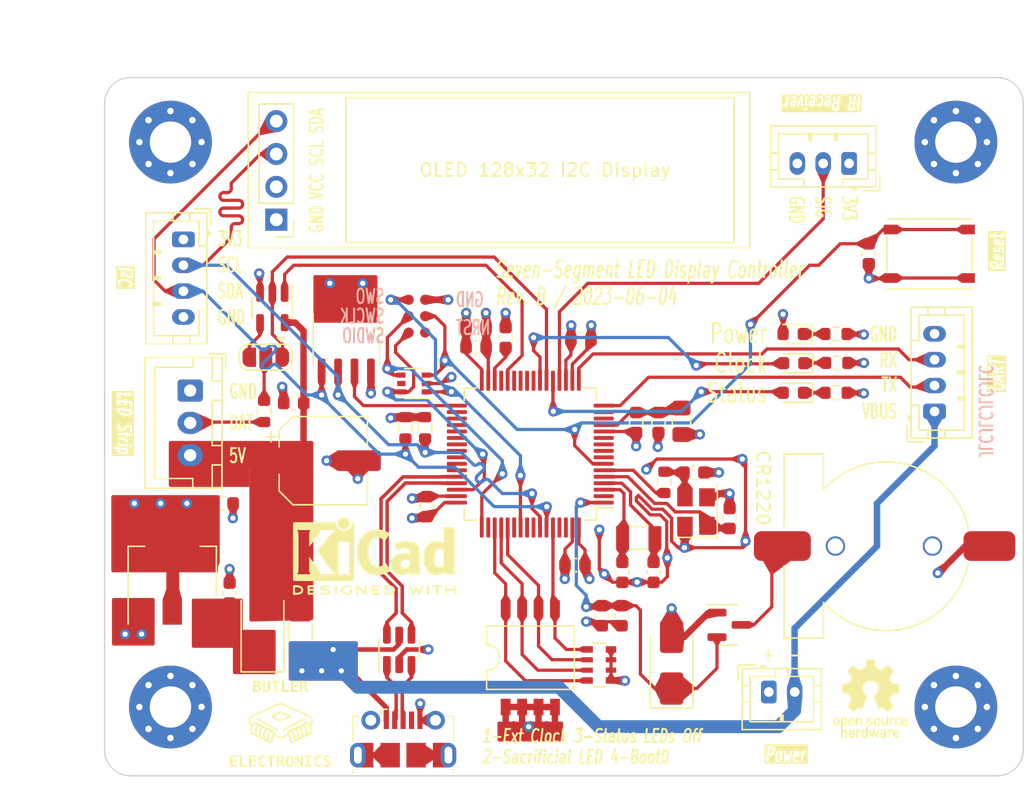
<source format=kicad_pcb>
(kicad_pcb (version 20221018) (generator pcbnew)
  (title_block (title "Seven-Segment LED Display Controller") (date "2023-06-04") (rev "B") (company "Butler's Lab") (comment 1 "Joshua Butler, MD, MHI") (comment 2 "Add 64Kbit EEPROM, Switched to STM32F401RCT6") (comment 3 "Fixed external High speed clock, Add ext. 32.768KHz clock"))
  (layers (0 "F.Cu" signal) (1 "In1.Cu" power) (2 "In2.Cu" power) (31 "B.Cu" signal) (34 "B.Paste" user) (35 "F.Paste" user) (36 "B.SilkS" user "B.Silkscreen") (37 "F.SilkS" user "F.Silkscreen") (38 "B.Mask" user) (39 "F.Mask" user) (44 "Edge.Cuts" user))
  (net 0 "")
  (net 1 "/BAT+")
  (net 2 "GND")
  (net 3 "+3V3")
  (net 4 "+3.3VA")
  (net 5 "/HSE_IN")
  (net 6 "Net-(C109-Pad1)")
  (net 7 "/NRST")
  (net 8 "+5V")
  (net 9 "Net-(D101-K)")
  (net 10 "/LED_HB")
  (net 11 "Net-(D102-K)")
  (net 12 "/SWO")
  (net 13 "/SWCLK")
  (net 14 "/SWDIO")
  (net 16 "VBUS")
  (net 17 "/D_P")
  (net 18 "/D_N")
  (net 20 "/UART_TX")
  (net 21 "/UART_RX")
  (net 22 "Net-(J104-Pin_2)")
  (net 23 "/HSE_OUT")
  (net 24 "/RGB_LED")
  (net 25 "/DIP3")
  (net 26 "/DIP2")
  (net 27 "/DIP1")
  (net 28 "/BOOT0")
  (net 30 "/LSE_IN")
  (net 31 "/~{EEPROM}")
  (net 40 "/LDO_3V3/5V")
  (net 41 "/VBAT")
  (net 42 "Net-(D107-K)")
  (net 43 "/LED_UI")
  (net 44 "/USB_D_N")
  (net 45 "/USB_D_P")
  (net 46 "/~{OE}")
  (net 47 "/SCL")
  (net 48 "/SDA")
  (net 49 "Net-(SW107-B)")
  (net 50 "Net-(SW107-C)")
  (net 51 "/IR_RECV")
  (net 55 "/LSE_OUT")
  (net 72 "Net-(U101-VCAP1)")
  (footprint "Package_TO_SOT_SMD:SOT-23" (layer "F.Cu") (at 120.396 77.216)
    (fp_text reference "Q101" hide)
    (fp_text value "AO3501A")
  )
  (footprint "Resistor_SMD:R_0603_1608Metric" (layer "F.Cu") (at 96.901 61.976 90)
    (fp_text reference "R110" hide)
    (fp_text value "1K5")
  )
  (footprint "Resistor_SMD:R_0603_1608Metric" (layer "F.Cu") (at 128.6532 54.7188)
    (fp_text reference "R102" hide)
    (fp_text value "1K5")
  )
  (footprint "User_Footprint:OLED_128x32_I2C_4pins" (layer "F.Cu") (at 102.997 42.037)
    (fp_text reference "OLED101" hide)
    (fp_text value "OLED_I2C")
  )
  (footprint "Capacitor_SMD:C_0603_1608Metric" (layer "F.Cu") (at 114.935 61.5696 -90)
    (fp_text reference "C107" hide)
    (fp_text value "1uF")
  )
  (footprint "Package_TO_SOT_SMD:SOT-223-3_TabPin2" (layer "F.Cu") (at 77.3547 73.0504 90)
    (fp_text reference "U201" hide)
    (fp_text value "AMS1117-3.3")
  )
  (footprint "Resistor_SMD:R_0603_1608Metric" (layer "F.Cu") (at 128.714 56.954)
    (fp_text reference "R101" hide)
    (fp_text value "2K2")
  )
  (footprint "Crystal:Crystal_SMD_3215-2Pin_3.2x1.5mm" (layer "F.Cu") (at 113.411 70.485)
    (fp_text reference "Y103" hide)
    (fp_text value "32.768kHz")
  )
  (footprint "LED_SMD:LED_0603_1608Metric" (layer "F.Cu") (at 125.3866 56.9794 180)
    (fp_text reference "D101" hide)
    (fp_text value "GREEN")
  )
  (footprint "Capacitor_SMD:C_0603_1608Metric" (layer "F.Cu") (at 117.6782 65.4304)
    (fp_text reference "C109" hide)
    (fp_text value "10pF")
  )
  (footprint "MountingHole:MountingHole_3.2mm_M3_Pad_Via" (layer "F.Cu") (at 77.216 83.566)
    (fp_text reference "H104" hide)
    (fp_text value "MountingHole")
  )
  (footprint "User_Footprint:butler-electronics-10" (layer "F.Cu") (at 85.725 84.836)
    (fp_text reference "G***" hide)
    (fp_text value "LOGO" hide)
  )
  (footprint "Capacitor_SMD:C_0603_1608Metric" (layer "F.Cu") (at 110.5662 76.5048 -90)
    (fp_text reference "C116" hide)
    (fp_text value "100nF")
  )
  (footprint "Connector_USB:USB_Micro-B_Molex-105017-0001" (layer "F.Cu") (at 95.1992 86.0552)
    (fp_text reference "J102" hide)
    (fp_text value "USB_B_Micro")
  )
  (footprint "Connector_JST:JST_PH_B3B-PH-K_1x03_P2.00mm_Vertical" (layer "F.Cu") (at 129.667 41.529 180)
    (fp_text reference "J106" hide)
    (fp_text value "JST 2.54 Header")
  )
  (footprint "Capacitor_SMD:C_0603_1608Metric" (layer "F.Cu") (at 81.788 74.7522 -90)
    (fp_text reference "C201" hide)
    (fp_text value "22uF")
  )
  (footprint "Capacitor_SMD:C_0603_1608Metric" (layer "F.Cu") (at 97.028 68.072 90)
    (fp_text reference "C104" hide)
    (fp_text value "100nF")
  )
  (footprint "Jumper:SolderJumper-3_P1.3mm_Open_RoundedPad1.0x1.5mm" (layer "F.Cu") (at 84.582 56.515 180)
    (fp_text reference "SW107" hide)
    (fp_text value "SW_SPDT")
  )
  (footprint "Capacitor_SMD:C_0603_1608Metric" (layer "F.Cu") (at 112.141 73.152 90)
    (fp_text reference "C112" hide)
    (fp_text value "15pF")
  )
  (footprint "Capacitor_SMD:C_0603_1608Metric" (layer "F.Cu") (at 113.2078 61.5696 -90)
    (fp_text reference "C106" hide)
    (fp_text value "100nF")
  )
  (footprint "Capacitor_SMD:C_0603_1608Metric" (layer "F.Cu") (at 108.9406 55.1688)
    (fp_text reference "C111" hide)
    (fp_text value "100nF")
  )
  (footprint "Package_TO_SOT_SMD:SOT-23-6" (layer "F.Cu") (at 94.8944 79.1464 90)
    (fp_text reference "U102" hide)
    (fp_text value "USBLC6-2SC6")
  )
  (footprint "Package_TO_SOT_SMD:SOT-23-5" (layer "F.Cu") (at 85.09 52.705 -90)
    (fp_text reference "U103" hide)
    (fp_text value "74AHCT1G125")
  )
  (footprint "Connector_Tag:TC2030-IDC-NL" (layer "F.Cu") (at 96.266 53.34 90)
    (fp_text reference "J101" hide)
    (fp_text value "Tag Connector")
  )
  (footprint "Diode_SMD:D_SMA" (layer "F.Cu") (at 115.951 80.137 90)
    (fp_text reference "D106" hide)
    (fp_text value "SS34")
  )
  (footprint "Package_QFP:LQFP-64_10x10mm_P0.5mm" (layer "F.Cu") (at 105.029 64.008 180)
    (fp_text reference "U101" hide)
    (fp_text value "STM32F401RCTx")
  )
  (footprint "Resistor_SMD:R_0603_1608Metric" (layer "F.Cu") (at 115.3922 66.1924 90)
    (fp_text reference "R103" hide)
    (fp_text value "0")
  )
  (footprint "Connector_JST:JST_XH_B3B-XH-A_1x03_P2.50mm_Vertical" (layer "F.Cu") (at 78.74 59.095 -90)
    (fp_text reference "J104" hide)
    (fp_text value "JST 2.54 Header")
  )
  (footprint "LED_SMD:LED_0603_1608Metric" (layer "F.Cu") (at 125.3512 54.7188 180)
    (fp_text reference "D102" hide)
    (fp_text value "RED")
  )
  (footprint "User_Footprint:XKB-Connectivity-TS-1187A-B-A-B" (layer "F.Cu") (at 135.89 48.514)
    (fp_text reference "SW106" hide)
    (fp_text value "SW_Push")
  )
  (footprint "User_Footprint:BatteryHolder_CR1220" (layer "F.Cu") (at 132.5118 71.12)
    (fp_text reference "BT101" hide)
    (fp_text value "Battery_Cell")
  )
  (footprint "Capacitor_SMD:CP_Elec_6.3x7.7" (layer "F.Cu") (at 89.027 64.516)
    (fp_text reference "C115" hide)
    (fp_text value "470uF")
  )
  (footprint "Resistor_SMD:R_0603_1608Metric" (layer "F.Cu") (at 84.455 60.706 90)
    (fp_text reference "R104" hide)
    (fp_text value "330")
  )
  (footprint "MountingHole:MountingHole_3.2mm_M3_Pad_Via" (layer "F.Cu") (at 77.216 39.878)
    (fp_text reference "H103" hide)
    (fp_text value "MountingHole")
  )
  (footprint "Crystal:Crystal_SMD_3225-4Pin_3.2x2.5mm" (layer "F.Cu") (at 117.8306 68.453 90)
    (fp_text reference "Y101" hide)
    (fp_text value "16MHz")
  )
  (footprint "Capacitor_SMD:C_0603_1608Metric" (layer "F.Cu") (at 103.124 54.991 90)
    (fp_text reference "C117" hide)
    (fp_text value "4.7uF")
  )
  (footprint "Package_SO:SOIC-8_3.9x4.9mm_P1.27mm" (layer "F.Cu") (at 90.805 55.118 -90)
    (fp_text reference "U104" hide)
    (fp_text value "M24C64-RMN")
  )
  (footprint "Resistor_SMD:R_0603_1608Metric" (layer "F.Cu") (at 95.377 61.976 90)
    (fp_text reference "R109" hide)
    (fp_text value "1K5")
  )
  (footprint "Connector_JST:JST_PH_B4B-PH-K_1x04_P2.00mm_Vertical" (layer "F.Cu") (at 136.271 60.706 90)
    (fp_text reference "J103" hide)
    (fp_text value "JST 2.54 Header")
  )
  (footprint "Capacitor_SMD:C_0603_1608Metric" (layer "F.Cu") (at 100.838 55.753)
    (fp_text reference "C103" hide)
    (fp_text value "100nF")
  )
  (footprint "Resistor_SMD:R_0603_1608Metric" (layer "F.Cu") (at 128.6636 59.2654)
    (fp_text reference "R105" hide)
    (fp_text value "2K2")
  )
  (footprint "MountingHole:MountingHole_3.2mm_M3_Pad_Via" (layer "F.Cu") (at 137.922 39.878)
    (fp_text reference "H101" hide)
    (fp_text value "MountingHole")
  )
  (footprint "MountingHole:MountingHole_3.2mm_M3_Pad_Via" (layer "F.Cu") (at 137.922 83.566)
    (fp_text reference "H102" hide)
    (fp_text value "MountingHole")
  )
  (footprint "Resistor_SMD:R_Array_Convex_4x0603" (layer "F.Cu") (at 110.363 80.3148 180)
    (fp_text reference "RN101" hide)
    (fp_text value "10K")
  )
  (footprint "Diode_SMD:D_SMA" (layer "F.Cu") (at 84.328 77.343 90)
    (fp_text reference "D103" hide)
    (fp_text value "SS34")
  )
  (footprint "Symbol:KiCad-Logo2_5mm_SilkScreen" (layer "F.Cu") (at 92.964 71.882)
    (fp_text reference "REF**" hide)
    (fp_text value "KiCad-Logo2_5mm_SilkScreen" hide)
  )
  (footprint "Inductor_SMD:L_0805_2012Metric_Pad1.15x1.40mm_HandSolder" (layer "F.Cu") (at 116.713 61.468 -90)
    (fp_text reference "FB101" hide)
    (fp_text value "600@100MHz")
  )
  (footprint "Connector_JST:JST_PH_B2B-PH-K_1x02_P2.00mm_Vertical" (layer "F.Cu") (at 123.464 82.406)
    (fp_text reference "J107" hide)
    (fp_text value "Conn_01x02")
  )
  (footprint "Capacitor_SMD:C_0603_1608Metric" (layer "F.Cu") (at 86.741 60.071 180)
    (fp_text reference "C118" hide)
    (fp_text value "100nF")
  )
  (footprint "Package_TO_SOT_SMD:SOT-363_SC-70-6" (layer "F.Cu") (at 96.012 58.547 180)
    (fp_text reference "D104" hide)
    (fp_text value "SP0505BAJT")
  )
  (footprint "LED_SMD:LED_0603_1608Metric" (layer "F.Cu") (at 125.3616 59.2654 180)
    (fp_text reference "D107" hide)
    (fp_text value "BLUE")
  )
  (footprint "Capacitor_SMD:C_0603_1608Metric" (layer "F.Cu") (at 108.4834 72.5932 180)
    (fp_text reference "C105" hide)
    (fp_text value "100nF")
  )
  (footprint "Capacitor_SMD:C_0603_1608Metric" (layer "F.Cu") (at 131.191 48.514 -90)
    (fp_text reference "C114" hide)
    (fp_text value "100nF")
  )
  (footprint "User_Footprint:SMDIP-8_W6.6mm" (layer "F.Cu") (at 105.029 79.756 90)
    (fp_text reference "SW101" hide)
    (fp_text value "SW_DIP_x04")
  )
  (footprint "Capacitor_SMD:C_0603_1608Metric" (layer "F.Cu") (at 81.28 67.818 180)
    (fp_text reference "C202" hide)
    (fp_text value "22uF")
  )
  (footprint "Capacitor_SMD:C_0603_1608Metric" (layer "F.Cu") (at 114.554 73.152 90)
    (fp_text reference "C113" hide)
    (fp_text value "15pF")
  )
  (footprint "Capacitor_SMD:C_0603_1608Metric" (layer "F.Cu") (at 112.0902 76.5048 -90)
    (fp_text reference "C101" hide)
    (fp_text value "1uF")
  )
  (footprint "Fuse:Fuse_1206_3216Metric" (layer "F.Cu") (at 87.249 77.724 90)
    (fp_text reference "F101" hide)
    (fp_text value "Polyfuse_Small")
  )
  (footprint "Connector_JST:JST_PH_B4B-PH-K_1x04_P2.00mm_Vertical" (layer "F.Cu") (at 78.216 47.403 -90)
    (fp_text reference "J105" hide)
    (fp_text value "JST 2.54 Header")
  )
  (footprint "Capacitor_SMD:C_0603_1608Metric" (layer "F.Cu") (at 100.838 54.229)
    (fp_text reference "C102" hide)
    (fp_text value "4.7uF")
  )
  (footprint "Symbol:OSHW-Logo_5.7x6mm_SilkScreen" (layer "F.Cu") (at 131.318 82.931)
    (fp_text reference "REF**" hide)
    (fp_text value "OSHW-Logo_5.7x6mm_SilkScreen" hide)
  )
  (footprint "Capacitor_SMD:C_0603_1608Metric" (layer "F.Cu") (at 120.4346 68.9864 90)
    (fp_text reference "C108" hide)
    (fp_text value "10pF")
  )
  (gr_line (start 143.125 36.886) (end 143.125 86.886) (stroke (width 0.1)) (layer "Edge.Cuts"))
  (gr_line (start 72.125 86.886) (end 72.125 36.886) (stroke (width 0.1)) (layer "Edge.Cuts"))
  (gr_arc (start 141.125 34.886) (mid 142.539214 35.471786) (end 143.125 36.886) (stroke (width 0.1)) (layer "Edge.Cuts"))
  (gr_arc (start 72.125 36.886) (mid 72.710786 35.471786) (end 74.125 34.886) (stroke (width 0.1)) (layer "Edge.Cuts"))
  (gr_line (start 74.125 34.886) (end 141.125 34.886) (stroke (width 0.1)) (layer "Edge.Cuts"))
  (gr_arc (start 74.125 88.886) (mid 72.710786 88.300214) (end 72.125 86.886) (stroke (width 0.1)) (layer "Edge.Cuts"))
  (gr_line (start 141.125 88.886) (end 74.125 88.886) (stroke (width 0.1)) (layer "Edge.Cuts"))
  (gr_arc (start 143.125 86.886) (mid 142.539214 88.300214) (end 141.125 88.886) (stroke (width 0.1)) (layer "Edge.Cuts"))
  (gr_text "NRST" (at 99.187 54.229) (layer "B.SilkS") (effects (font (size 1.1 0.7) (thickness 0.153) bold) (justify right mirror)))
  (gr_text "SWO" (at 91.44 51.816) (layer "B.SilkS") (effects (font (size 1.1 0.7) (thickness 0.153) bold) (justify right mirror)))
  (gr_text "SWDIO" (at 90.406667 54.864) (layer "B.SilkS") (effects (font (size 1.1 0.7) (thickness 0.153) bold) (justify right mirror)))
  (gr_text "GND" (at 99.187 52.07) (layer "B.SilkS") (effects (font (size 1.1 0.7) (thickness 0.153) bold) (justify right mirror)))
  (gr_text "SWCLK" (at 90.206666 53.34) (layer "B.SilkS") (effects (font (size 1.1 0.7) (thickness 0.153) bold) (justify right mirror)))
  (gr_text "JLCJLCJLCJLC" (at 140.208 60.706 -90) (layer "B.SilkS") (effects (font (size 1 0.7) (thickness 0.153) bold) (justify mirror)))
  (gr_text "SDA" (at 80.756 51.419) (layer "F.SilkS") (effects (font (size 1.1 0.7) (thickness 0.153) bold) (justify left)))
  (gr_text "Status" (at 123.444 59.2654) (layer "F.SilkS") (effects (font (size 1.5 1) (thickness 0.153)) (justify right)))
  (gr_text " IR Receiver " (at 127.635 36.83 180) (layer "F.SilkS" knockout) (effects (font (size 1 0.7) (thickness 0.153) bold italic)))
  (gr_text "+" (at 123.444 79.502) (layer "F.SilkS") (effects (font (size 1.1 0.7) (thickness 0.153) bold)))
  (gr_text "RX" (at 133.477 56.769) (layer "F.SilkS") (effects (font (size 1.1 0.7) (thickness 0.153) bold) (justify right)))
  (gr_text "5V" (at 81.661 64.135) (layer "F.SilkS") (effects (font (size 1.1 0.7) (thickness 0.153) bold) (justify left)))
  (gr_text locked "${TITLE}\nRev. ${REVISION} / ${ISSUE_DATE}" (at 102.235 52.578) (layer "F.SilkS") (effects (font (size 1.3 0.8) (thickness 0.153) bold italic) (justify left bottom)))
  (gr_text " Reset " (at 141.138964 48.387 90) (layer "F.SilkS" knockout) (effects (font (size 1 0.7) (thickness 0.153) bold italic)))
  (gr_text "3V3" (at 129.667 43.942 -90) (layer "F.SilkS") (effects (font (size 1.1 0.7) (thickness 0.153) bold) (justify left)))
  (gr_text "SIG" (at 127.635 43.942 270) (layer "F.SilkS") (effects (font (size 1.1 0.7) (thickness 0.153) bold) (justify left)))
  (gr_text "3V3" (at 80.756 47.355) (layer "F.SilkS") (effects (font (size 1.1 0.7) (thickness 0.153) bold) (justify left)))
  (gr_text "GND" (at 125.603 43.942 -90) (layer "F.SilkS") (effects (font (size 1.1 0.7) (thickness 0.153) bold) (justify left)))
  (gr_text "GND" (at 133.477 54.737) (layer "F.SilkS") (effects (font (size 1.1 0.7) (thickness 0.153) bold) (justify right)))
  (gr_text "CR1220" (at 122.428 63.627 -90) (layer "F.SilkS") (effects (font (size 1 1)) (justify left bottom)))
  (gr_text " LED Strip " (at 73.66 61.595 270) (layer "F.SilkS" knockout) (effects (font (size 1 0.7) (thickness 0.153) bold italic)))
  (gr_text "TX" (at 133.477 58.674) (layer "F.SilkS") (effects (font (size 1.1 0.7) (thickness 0.153) bold) (justify right)))
  (gr_text "DAT" (at 81.661 61.595) (layer "F.SilkS") (effects (font (size 1.1 0.7) (thickness 0.153) bold) (justify left)))
  (gr_text "GND" (at 81.661 59.182) (layer "F.SilkS") (effects (font (size 1.1 0.7) (thickness 0.153) bold) (justify left)))
  (gr_text " UART " (at 140.462 57.912 90) (layer "F.SilkS" knockout) (effects (font (size 1.1 0.7) (thickness 0.153) bold italic) (justify top)))
  (gr_text "VBUS" (at 133.477 60.706) (layer "F.SilkS") (effects (font (size 1.1 0.7) (thickness 0.153) bold) (justify right)))
  (gr_text " Power " (at 124.714 86.614) (layer "F.SilkS" knockout) (effects (font (size 1.1 0.7) (thickness 0.153) bold italic) (justify top)))
  (gr_text "Power" (at 123.444 54.6934) (layer "F.SilkS") (effects (font (size 1.5 1) (thickness 0.153)) (justify right)))
  (gr_text "GND" (at 80.756 53.451) (layer "F.SilkS") (effects (font (size 1.1 0.7) (thickness 0.153) bold) (justify left)))
  (gr_text "  I^{2}C  " (at 73.66 50.276 -90) (layer "F.SilkS" knockout) (effects (font (size 1 0.7) (thickness 0.153) bold italic)))
  (gr_text "-" (at 125.476 79.502) (layer "F.SilkS") (effects (font (size 1.1 0.7) (thickness 0.153) bold)))
  (gr_text locked "1-Ext Clock 3-Status LEDs Off\n2-Sacrificial LED 4-Boot0\n" (at 101.219 86.614) (layer "F.SilkS") (effects (font (size 1 0.7) (thickness 0.153) bold italic) (justify left)))
  (gr_text "SCL" (at 80.756 49.387) (layer "F.SilkS") (effects (font (size 1.1 0.7) (thickness 0.153) bold) (justify left)))
  (gr_text "Clock" (at 123.444 56.9794) (layer "F.SilkS") (effects (font (size 1.5 1) (thickness 0.153)) (justify right)))
  (segment (start 123.699 75.818) (end 122.301 77.216) (width 0.25) (layer "F.Cu") (net 1))
  (segment (start 122.301 77.216) (end 121.3335 77.216) (width 0.25) (layer "F.Cu") (net 1))
  (segment (start 124.5118 71.12) (end 123.699 71.9328) (width 0.25) (layer "F.Cu") (net 1))
  (segment (start 123.699 71.9328) (end 123.699 75.818) (width 0.25) (layer "F.Cu") (net 1))
  (segment (start 82.055 67.818) (end 82.055 68.948) (width 0.25) (layer "F.Cu") (net 2))
  (segment (start 109.741 54.0512) (end 109.741 55.1434) (width 0.5) (layer "F.Cu") (net 2))
  (segment locked (start 115.6208 73.4822) (end 115.6208 72.0344) (width 0.25) (layer "F.Cu") (net 2))
  (segment locked (start 115.258 68.268) (end 114.443804 68.268) (width 0.25) (layer "F.Cu") (net 2))
  (segment (start 84.14 50.104) (end 84.074 50.038) (width 0.25) (layer "F.Cu") (net 2))
  (segment locked (start 116.9806 71.208) (end 116.9806 69.553) (width 0.5) (layer "F.Cu") (net 2))
  (segment (start 131.191 50.419) (end 132.86 50.419) (width 0.25) (layer "F.Cu") (net 2))
  (segment (start 130.7664 59.2654) (end 130.81 59.309) (width 0.25) (layer "F.Cu") (net 2))
  (segment locked (start 115.189 73.914) (end 115.6208 73.4822) (width 0.25) (layer "F.Cu") (net 2))
  (segment (start 101.6 53.086) (end 101.613 53.099) (width 0.5) (layer "F.Cu") (net 2))
  (segment (start 96.901 52.07) (end 98.679 52.07) (width 0.5) (layer "F.Cu") (net 2))
  (segment (start 91.694 64.549) (end 91.727 64.516) (width 0.5) (layer "F.Cu") (net 2))
  (segment (start 84.14 51.5675) (end 84.14 50.104) (width 0.25) (layer "F.Cu") (net 2))
  (segment locked (start 121.666 64.643) (end 121.666 70.739) (width 0.25) (layer "F.Cu") (net 2))
  (segment (start 111.7854 76.975) (end 112.0902 77.2798) (width 0.25) (layer "F.Cu") (net 2))
  (segment locked (start 116.9416 71.247) (end 116.459 71.247) (width 0.25) (layer "F.Cu") (net 2))
  (segment locked (start 121.666 70.993) (end 121.412 71.247) (width 0.25) (layer "F.Cu") (net 2))
  (segment (start 110.5662 77.2798) (end 110.2614 76.975) (width 0.25) (layer "F.Cu") (net 2))
  (segment locked (start 114.808 64.389) (end 113.9952 65.2018) (width 0.25) (layer "F.Cu") (net 2))
  (segment (start 85.852 58.801) (end 85.966 58.915) (width 0.5) (layer "F.Cu") (net 2))
  (segment (start 85.966 58.915) (end 85.966 60.071) (width 0.5) (layer "F.Cu") (net 2))
  (segment (start 109.347 76.962) (end 109.448 76.962) (width 0.25) (layer "F.Cu") (net 2))
  (segment (start 109.461 76.975) (end 111.7854 76.975) (width 0.25) (layer "F.Cu") (net 2))
  (segment (start 96.4992 84.5927) (end 96.4992 83.3187) (width 0.25) (layer "F.Cu") (net 2))
  (segment (start 95.4786 79.121) (end 94.8944 79.7052) (width 0.35) (layer "F.Cu") (net 2))
  (segment (start 107.7084 71.3616) (end 108.279 70.791) (width 0.25) (layer "F.Cu") (net 2))
  (segment (start 109.448 76.962) (end 109.461 76.975) (width 0.25) (layer "F.Cu") (net 2))
  (segment (start 114.8842 63.4492) (end 114.8842 62.3954) (width 0.25) (layer "F.Cu") (net 2))
  (segment locked (start 115.062 68.707) (end 114.3 68.707) (width 0.25) (layer "F.Cu") (net 2))
  (segment (start 138.6586 71.12) (end 140.5118 71.12) (width 0.5) (layer "F.Cu") (net 2))
  (segment (start 109.741 55.1434) (end 109.7156 55.1688) (width 0.5) (layer "F.Cu") (net 2))
  (segment (start 110.2614 76.975) (end 109.461 76.975) (width 0.25) (layer "F.Cu") (net 2))
  (segment locked (start 115.57 69.215) (end 115.062 68.707) (width 0.25) (layer "F.Cu") (net 2))
  (segment (start 82.055 68.948) (end 82.042 68.961) (width 0.25) (layer "F.Cu") (net 2))
  (segment (start 101.613 55.753) (end 101.613 54.229) (width 0.5) (layer "F.Cu") (net 2))
  (segment (start 98.161695 58.547) (end 96.962 58.547) (width 0.25) (layer "F.Cu") (net 2))
  (segment (start 101.779 58.333) (end 101.779 55.919) (width 0.25) (layer "F.Cu") (net 2))
  (segment locked (start 115.57 71.9836) (end 115.57 69.215) (width 0.25) (layer "F.Cu") (net 2))
  (segment (start 120.4346 67.056) (end 119.6086 67.056) (width 0.5) (layer "F.Cu") (net 2))
  (segment (start 112.3442 81.534) (end 112.325 81.5148) (width 0.5) (layer "F.Cu") (net 2))
  (segment (start 119.6086 65.4304) (end 118.4532 65.4304) (width 0.5) (layer "F.Cu") (net 2))
  (segment locked (start 116.9416 71.247) (end 116.9806 71.208) (width 0.5) (layer "F.Cu") (net 2))
  (segment locked (start 121.666 70.739) (end 121.666 70.993) (width 0.25) (layer "F.Cu") (net 2))
  (segment (start 129.4886 59.2654) (end 130.7664 59.2654) (width 0.25) (layer "F.Cu") (net 2))
  (segment (start 114.8842 62.3954) (end 114.935 62.3446) (width 0.25) (layer "F.Cu") (net 2))
  (segment locked (start 111.379 73.914) (end 113.284 73.914) (width 0.25) (layer "F.Cu") (net 2))
  (segment (start 98.665396 58.043299) (end 98.161695 58.547) (width 0.25) (layer "F.Cu") (net 2))
  (segment (start 131.191 49.289) (end 131.191 50.419) (width 0.25) (layer "F.Cu") (net 2))
  (segment (start 108.279 70.791) (end 108.279 69.683) (width 0.25) (layer "F.Cu") (net 2))
  (segment locked (start 121.412 64.389) (end 121.666 64.643) (width 0.25) (layer "F.Cu") (net 2))
  (segment (start 101.613 53.099) (end 101.613 54.229) (width 0.5) (layer "F.Cu") (net 2))
  (segment (start 95.885 67.437) (end 96.888 67.437) (width 0.5) (layer "F.Cu") (net 2))
  (segment (start 136.525 73.2028) (end 136.5758 73.2028) (width 0.5) (layer "F.Cu") (net 2))
  (segment locked (start 115.951 70.739) (end 115.951 68.961) (width 0.25) (layer "F.Cu") (net 2))
  (segment locked (start 116.459 71.247) (end 115.951 70.739) (width 0.25) (layer "F.Cu") (net 2))
  (segment (start 132.86 50.419) (end 132.89 50.389) (width 0.25) (layer "F.Cu") (net 2))
  (segment (start 130.7664 54.7188) (end 129.4782 54.7188) (width 0.25) (layer "F.Cu") (net 2))
  (segment (start 108.279 58.333) (end 108.279 57.0496) (width 0.25) (layer "F.Cu") (net 2))
  (segment (start 109.7156 55.613) (end 109.7156 55.1688) (width 0.25) (layer "F.Cu") (net 2))
  (segment (start 97.155 79.121) (end 95.4786 79.121) (width 0.35) (layer "F.Cu") (net 2))
  (segment (start 112.325 81.5148) (end 111.263 81.5148) (width 0.5) (layer "F.Cu") (net 2))
  (segment locked (start 114.3 68.707) (end 113.284 67.691) (width 0.25) (layer "F.Cu") (net 2))
  (segment (start 96.1992 87.2927) (end 98.7596 87.2927) (width 0.5) (layer "F.Cu") (net 2))
  (segment (start 119.6086 67.056) (end 119.3116 67.353) (width 0.5) (layer "F.Cu") (net 2))
  (segment (start 136.5758 73.2028) (end 138.6586 71.12) (width 0.5) (layer "F.Cu") (net 2))
  (segment (start 91.694 65.913) (end 91.694 64.549) (width 0.5) (layer "F.Cu") (net 2))
  (segment (start 96.4992 83.3187) (end 96.52 83.2979) (width 0.25) (layer "F.Cu") (net 2))
  (segment (start 130.81 54.7624) (end 130.7664 54.7188) (width 0.25) (layer "F.Cu") (net 2))
  (segment (start 113.1212 62.258) (end 113.2078 62.3446) (width 0.25) (layer "F.Cu") (net 2))
  (segment (start 101.779 55.919) (end 101.613 55.753) (width 0.25) (layer "F.Cu") (net 2))
  (segment (start 97.067 67.258) (end 97.028 67.297) (width 0.25) (layer "F.Cu") (net 2))
  (segment (start 103.124 54.216) (end 103.124 53.086) (width 0.5) (layer "F.Cu") (net 2))
  (segment (start 130.8172 56.954) (end 129.539 56.954) (width 0.25) (layer "F.Cu") (net 2))
  (segment (start 108.279 57.0496) (end 109.7156 55.613) (width 0.25) (layer "F.Cu") (net 2))
  (segment (start 98.928701 58.043299) (end 98.665396 58.043299) (width 0.25) (layer "F.Cu") (net 2))
  (segment (start 110.704 62.258) (end 113.1212 62.258) (width 0.25) (layer "F.Cu") (net 2))
  (segment (start 107.7084 73.6476) (end 107.696 73.66) (width 0.25) (layer "F.Cu") (net 2))
  (segment locked (start 110.744 73.279) (end 110.363 72.898) (width 0.25) (layer "F.Cu") (net 2))
  (segment (start 94.8944 79.7052) (end 94.8944 80.2839) (width 0.35) (layer "F.Cu") (net 2))
  (segment locked (start 110.363 72.898) (end 110.363 69.85) (width 0.25) (layer "F.Cu") (net 2))
  (segment locked (start 113.226 67.633) (end 113.284 67.691) (width 0.25) (layer "F.Cu") (net 2))
  (segment (start 120.4346 67.056) (end 120.4346 68.2114) (width 0.5) (layer "F.Cu") (net 2))
  (segment locked (start 115.951 68.961) (end 115.258 68.268) (width 0.25) (layer "F.Cu") (net 2))
  (segment (start 91.727 64.516) (end 89.281 64.516) (width 0.5) (layer "F.Cu") (net 2))
  (segment (start 96.888 67.437) (end 97.028 67.297) (width 0.5) (layer "F.Cu") (net 2))
  (segment (start 132.89 50.389) (end 138.89 50.389) (width 0.25) (layer "F.Cu") (net 2))
  (segment locked (start 121.412 71.247) (end 116.9416 71.247) (width 0.25) (layer "F.Cu") (net 2))
  (segment locked (start 113.384902 67.209098) (end 113.226 67.368) (width 0.25) (layer "F.Cu") (net 2))
  (segment (start 107.7084 72.5932) (end 107.7084 73.6476) (width 0.5) (layer "F.Cu") (net 2))
  (segment (start 119.3116 67.353) (end 118.6806 67.353) (width 0.5) (layer "F.Cu") (net 2))
  (segment (start 107.7084 72.5932) (end 107.7084 71.3616) (width 0.25) (layer "F.Cu") (net 2))
  (segment locked (start 113.284 73.914) (end 115.189 73.914) (width 0.25) (layer "F.Cu") (net 2))
  (segment locked (start 113.226 67.368) (end 113.226 67.633) (width 0.25) (layer "F.Cu") (net 2))
  (segment (start 81.788 73.9772) (end 81.788 72.898) (width 0.25) (layer "F.Cu") (net 2))
  (segment (start 92.9596 87.2927) (end 94.1992 87.2927) (width 0.5) (layer "F.Cu") (net 2))
  (segment (start 99.354 67.258) (end 97.067 67.258) (width 0.25) (layer "F.Cu") (net 2))
  (segment (start 111.263 79.1148) (end 111.263 81.5148) (width 0.25) (layer "F.Cu") (net 2))
  (segment locked (start 110.744 73.279) (end 111.379 73.914) (width 0.25) (layer "F.Cu") (net 2))
  (segment locked (start 114.443804 68.268) (end 113.384902 67.209098) (width 0.25) (layer "F.Cu") (net 2))
  (segment (start 96.4992 84.5927) (end 97.6992 84.5927) (width 0.25) (layer "F.Cu") (net 2))
  (segment (start 113.2078 62.3446) (end 113.2078 63.3984) (width 0.25) (layer "F.Cu") (net 2))
  (segment locked (start 121.412 64.389) (end 114.808 64.389) (width 0.25) (layer "F.Cu") (net 2))
  (segment locked (start 115.6208 72.0344) (end 115.57 71.9836) (width 0.25) (layer "F.Cu") (net 2))
  (via locked (at 121.666 70.739) (size 0.8) (drill 0.4) (layers "F.Cu" "B.Cu") (net 2))
  (via (at 91.694 65.913) (size 0.8) (drill 0.4) (layers "F.Cu" "B.Cu") (net 2))
  (via (at 85.852 58.801) (size 0.8) (drill 0.4) (layers "F.Cu" "B.Cu") (net 2))
  (via (at 130.81 59.309) (size 0.8) (drill 0.4) (layers "F.Cu" "B.Cu") (net 2))
  (via locked (at 113.284 73.914) (size 0.8) (drill 0.4) (layers "F.Cu" "B.Cu") (net 2))
  (via (at 96.52 83.2979) (size 0.8) (drill 0.4) (layers "F.Cu" "B.Cu") (net 2))
  (via locked (at 110.744 73.279) (size 0.8) (drill 0.4) (layers "F.Cu" "B.Cu") (net 2))
  (via (at 82.042 68.961) (size 0.8) (drill 0.4) (layers "F.Cu" "B.Cu") (net 2))
  (via (at 114.8842 63.4492) (size 0.8) (drill 0.4) (layers "F.Cu" "B.Cu") (net 2))
  (via (at 107.696 73.66) (size 0.8) (drill 0.4) (layers "F.Cu" "B.Cu") (net 2))
  (via locked (at 110.363 69.85) (size 0.8) (drill 0.4) (layers "F.Cu" "B.Cu") (net 2))
  (via (at 101.6 53.086) (size 0.8) (drill 0.4) (layers "F.Cu" "B.Cu") (net 2))
  (via (at 112.3442 81.534) (size 0.8) (drill 0.4) (layers "F.Cu" "B.Cu") (net 2))
  (via (at 95.885 67.437) (size 0.8) (drill 0.4) (layers "F.Cu" "B.Cu") (net 2))
  (via (at 89.535 50.8) (size 0.8) (drill 0.4) (layers "F.Cu" "B.Cu") (net 2))
  (via (at 109.741 54.0512) (size 0.8) (drill 0.4) (layers "F.Cu" "B.Cu") (net 2))
  (via locked (at 115.6208 72.0344) (size 0.8) (drill 0.4) (layers "F.Cu" "B.Cu") (net 2))
  (via (at 119.6086 65.4304) (size 0.8) (drill 0.4) (layers "F.Cu" "B.Cu") (net 2))
  (via (at 103.124 53.086) (size 0.8) (drill 0.4) (layers "F.Cu" "B.Cu") (net 2))
  (via (at 98.928701 58.043299) (size 0.8) (drill 0.4) (layers "F.Cu" "B.Cu") (net 2))
  (via (at 113.2078 63.3984) (size 0.8) (drill 0.4) (layers "F.Cu" "B.Cu") (net 2))
  (via locked (at 113.9952 65.2018) (size 0.8) (drill 0.4) (layers "F.Cu" "B.Cu") (net 2))
  (via (at 131.191 50.419) (size 0.8) (drill 0.4) (layers "F.Cu" "B.Cu") (net 2))
  (via (at 98.679 52.07) (size 0.8) (drill 0.4) (layers "F.Cu" "B.Cu") (net 2))
  (via (at 136.525 73.2028) (size 0.8) (drill 0.4) (layers "F.Cu" "B.Cu") (net 2))
  (via (at 109.347 76.962) (size 0.8) (drill 0.4) (layers "F.Cu" "B.Cu") (net 2))
  (via (at 81.788 72.898) (size 0.8) (drill 0.4) (layers "F.Cu" "B.Cu") (net 2))
  (via locked (at 121.412 64.389) (size 0.8) (drill 0.4) (layers "F.Cu" "B.Cu") (net 2))
  (via (at 130.81 54.7624) (size 0.8) (drill 0.4) (layers "F.Cu" "B.Cu") (net 2))
  (via locked (at 116.9416 71.247) (size 0.8) (drill 0.4) (layers "F.Cu" "B.Cu") (net 2))
  (via (at 74.9808 77.9272) (size 0.8) (drill 0.4) (layers "F.Cu" "B.Cu") (net 2))
  (via (at 89.281 64.516) (size 0.8) (drill 0.4) (layers "F.Cu" "B.Cu") (net 2))
  (via (at 92.075 50.8) (size 0.8) (drill 0.4) (layers "F.Cu" "B.Cu") (net 2))
  (via (at 73.7108 77.9272) (size 0.8) (drill 0.4) (layers "F.Cu" "B.Cu") (net 2))
  (via (at 130.8172 56.954) (size 0.8) (drill 0.4) (layers "F.Cu" "B.Cu") (net 2))
  (via (at 97.155 79.121) (size 0.8) (drill 0.4) (layers "F.Cu" "B.Cu") (net 2))
  (via (at 84.074 50.038) (size 0.8) (drill 0.4) (layers "F.Cu" "B.Cu") (net 2))
  (via (at 120.4346 67.056) (size 0.8) (drill 0.4) (layers "F.Cu" "B.Cu") (net 2))
  (segment (start 101.279 57.464) (end 100.063 56.248) (width 0.25) (layer "F.Cu") (net 3))
  (segment (start 109.347 72.6818) (end 109.2584 72.5932) (width 0.5) (layer "F.Cu") (net 3))
  (segment (start 100.063 56.248) (end 100.063 55.753) (width 0.25) (layer "F.Cu") (net 3))
  (segment (start 101.279 58.333) (end 101.279 57.464) (width 0.25) (layer "F.Cu") (net 3))
  (segment (start 97.304 68.847) (end 97.028 68.847) (width 0.25) (layer "F.Cu") (net 3))
  (segment (start 109.2584 72.5932) (end 109.2584 71.4124) (width 0.25) (layer "F.Cu") (net 3))
  (segment (start 94.234 61.214) (end 94.297 61.151) (width 0.5) (layer "F.Cu") (net 3))
  (segment (start 100.063 53.099) (end 100.063 54.229) (width 0.5) (layer "F.Cu") (net 3))
  (segment (start 119.3975 76.327) (end 118.745 76.327) (width 0.5) (layer "F.Cu") (net 3))
  (segment (start 100.063 54.229) (end 100.063 55.753) (width 0.5) (layer "F.Cu") (net 3))
  (segment (start 109.347 73.406) (end 109.347 72.6818) (width 0.5) (layer "F.Cu") (net 3))
  (segment (start 108.779 70.933) (end 108.779 69.683) (width 0.25) (layer "F.Cu") (net 3))
  (segment (start 124.5616 54.7167) (end 124.5637 54.7188) (width 0.25) (layer "F.Cu") (net 3))
  (segment (start 97.142 68.707) (end 97.282 68.847) (width 0.25) (layer "F.Cu") (net 3))
  (segment (start 124.5616 53.1876) (end 124.5616 54.7167) (width 0.25) (layer "F.Cu") (net 3))
  (segment (start 118.745 76.327) (end 116.935 78.137) (width 0.5) (layer "F.Cu") (net 3))
  (segment (start 108.191 55.1434) (end 108.1656 55.1688) (width 0.5) (layer "F.Cu") (net 3))
  (segment (start 96.914 68.961) (end 97.028 68.847) (width 0.5) (layer "F.Cu") (net 3))
  (segment (start 100.076 53.086) (end 100.063 53.099) (width 0.5) (layer "F.Cu") (net 3))
  (segment (start 92.71 59.309) (end 92.71 57.593) (width 0.5) (layer "F.Cu") (net 3))
  (segment (start 94.297 61.151) (end 95.377 61.151) (width 0.5) (layer "F.Cu") (net 3))
  (segment (start 97.028 68.707) (end 97.142 68.707) (width 0.25) (layer "F.Cu") (net 3))
  (segment (start 119.4585 76.266) (end 119.3975 76.327) (width 0.5) (layer "F.Cu") (net 3))
  (segment (start 95.885 68.961) (end 96.914 68.961) (width 0.5) (layer "F.Cu") (net 3))
  (segment (start 108.1656 56.3502) (end 108.1656 55.1688) (width 0.25) (layer "F.Cu") (net 3))
  (segment (start 77.3938 69.8754) (end 77.3938 76.1754) (width 1) (layer "F.Cu") (net 3))
  (segment (start 99.354 67.758) (end 98.393 67.758) (width 0.25) (layer "F.Cu") (net 3))
  (segment (start 107.779 56.7368) (end 108.1656 56.3502) (width 0.25) (layer "F.Cu") (net 3))
  (segment (start 107.779 58.333) (end 107.779 56.7368) (width 0.25) (layer "F.Cu") (net 3))
  (segment (start 109.2584 71.4124) (end 108.779 70.933) (width 0.25) (layer "F.Cu") (net 3))
  (segment (start 116.935 78.137) (end 115.951 78.137) (width 0.5) (layer "F.Cu") (net 3))
  (segment (start 108.191 54.0512) (end 108.191 55.1434) (width 0.5) (layer "F.Cu") (net 3))
  (segment (start 98.393 67.758) (end 97.304 68.847) (width 0.25) (layer "F.Cu") (net 3))
  (segment (start 118.1264 62.493) (end 118.1354 62.484) (width 0.5) (layer "F.Cu") (net 3))
  (segment (start 116.713 62.493) (end 118.1264 62.493) (width 0.5) (layer "F.Cu") (net 3))
  (segment (start 115.951 75.946) (end 115.951 78.137) (width 0.5) (layer "F.Cu") (net 3))
  (segment (start 95.377 61.151) (end 96.901 61.151) (width 0.5) (layer "F.Cu") (net 3))
  (segment (start 109.601 73.66) (end 109.347 73.406) (width 0.5) (layer "F.Cu") (net 3))
  (via (at 115.951 75.946) (size 0.8) (drill 0.4) (layers "F.Cu" "B.Cu") (net 3))
  (via (at 78.486 67.818) (size 0.8) (drill 0.4) (layers "F.Cu" "B.Cu") (net 3))
  (via (at 95.885 68.961) (size 0.8) (drill 0.4) (layers "F.Cu" "B.Cu") (net 3))
  (via (at 118.1354 62.484) (size 0.8) (drill 0.4) (layers "F.Cu" "B.Cu") (net 3))
  (via (at 124.5616 53.1876) (size 0.8) (drill 0.4) (layers "F.Cu" "B.Cu") (net 3))
  (via (at 100.076 53.086) (size 0.8) (drill 0.4) (layers "F.Cu" "B.Cu") (net 3))
  (via (at 92.71 59.309) (size 0.8) (drill 0.4) (layers "F.Cu" "B.Cu") (net 3))
  (via (at 109.601 73.66) (size 0.8) (drill 0.4) (layers "F.Cu" "B.Cu") (net 3))
  (via (at 94.234 61.214) (size 0.8) (drill 0.4) (layers "F.Cu" "B.Cu") (net 3))
  (via (at 74.422 67.818) (size 0.8) (drill 0.4) (layers "F.Cu" "B.Cu") (net 3))
  (via (at 76.454 67.818) (size 0.8) (drill 0.4) (layers "F.Cu" "B.Cu") (net 3))
  (via (at 108.191 54.0512) (size 0.8) (drill 0.4) (layers "F.Cu" "B.Cu") (net 3))
  (via (at 104.902 85.09) (size 0.8) (drill 0.4) (layers "F.Cu" "B.Cu") (net 3))
  (segment (start 116.713 60.6716) (end 115.058 60.6716) (width 0.5) (layer "F.Cu") (net 4))
  (segment (start 112.7128 60.7946) (end 113.2078 60.7946) (width 0.25) (layer "F.Cu") (net 4))
  (segment (start 110.704 61.758) (end 111.7494 61.758) (width 0.25) (layer "F.Cu") (net 4))
  (segment (start 114.935 60.7946) (end 113.2078 60.7946) (width 0.25) (layer "F.Cu") (net 4))
  (segment (start 115.058 60.6716) (end 114.935 60.7946) (width 0.5) (layer "F.Cu") (net 4))
  (segment (start 111.7494 61.758) (end 112.7128 60.7946) (width 0.25) (layer "F.Cu") (net 4))
  (segment (start 118.6806 69.553) (end 118.8506 69.723) (width 0.25) (layer "F.Cu") (net 5))
  (segment (start 120.3962 69.723) (end 120.4346 69.7614) (width 0.25) (layer "F.Cu") (net 5))
  (segment (start 118.6806 69.0236) (end 118.1354 68.4784) (width 0.25) (layer "F.Cu") (net 5))
  (segment (start 118.6806 69.553) (end 118.6806 69.0236) (width 0.25) (layer "F.Cu") (net 5))
  (segment (start 118.8506 69.723) (end 120.3962 69.723) (width 0.25) (layer "F.Cu") (net 5))
  (segment (start 116.231796 68.4784) (end 115.571396 67.818) (width 0.25) (layer "F.Cu") (net 5))
  (segment (start 115.571396 67.818) (end 114.6302 67.818) (width 0.25) (layer "F.Cu") (net 5))
  (segment (start 112.5702 65.758) (end 110.704 65.758) (width 0.25) (layer "F.Cu") (net 5))
  (segment (start 114.6302 67.818) (end 112.5702 65.758) (width 0.25) (layer "F.Cu") (net 5))
  (segment (start 118.1354 68.4784) (end 116.231796 68.4784) (width 0.25) (layer "F.Cu") (net 5))
  (segment (start 116.9032 65.4304) (end 115.4552 65.4304) (width 0.25) (layer "F.Cu") (net 6))
  (segment (start 116.9806 67.353) (end 116.9806 65.5078) (width 0.25) (layer "F.Cu") (net 6))
  (segment (start 116.9806 65.5078) (end 116.9032 65.4304) (width 0.25) (layer "F.Cu") (net 6))
  (segment (start 115.4552 65.4304) (end 115.3922 65.3674) (width 0.25) (layer "F.Cu") (net 6))
  (segment (start 126.619 49.403) (end 127.320895 49.403) (width 0.25) (layer "F.Cu") (net 7))
  (segment (start 122.047 53.975) (end 126.619 49.403) (width 0.25) (layer "F.Cu") (net 7))
  (segment (start 138.89 46.639) (end 132.89 46.639) (width 0.25) (layer "F.Cu") (net 7))
  (segment (start 127.320895 49.403) (end 128.984895 47.739) (width 0.25) (layer "F.Cu") (net 7))
  (segment (start 98.425 56.769) (end 98.425 54.102) (width 0.25) (layer "F.Cu") (net 7))
  (segment (start 109.863315 64.758) (end 110.704 64.758) (width 0.25) (layer "F.Cu") (net 7))
  (segment (start 97.663 53.34) (end 96.901 53.34) (width 0.25) (layer "F.Cu") (net 7))
  (segment (start 108.458 63.352685) (end 109.863315 64.758) (width 0.25) (layer "F.Cu") (net 7))
  (segment (start 132.89 46.639) (end 132.291 46.639) (width 0.25) (layer "F.Cu") (net 7))
  (segment (start 97.678 57.897) (end 96.962 57.897) (width 0.25) (layer "F.Cu") (net 7))
  (segment (start 98.425 56.769) (end 98.425 57.15) (width 0.25) (layer "F.Cu") (net 7))
  (segment (start 132.291 46.639) (end 131.191 47.739) (width 0.25) (layer "F.Cu") (net 7))
  (segment (start 98.425 54.102) (end 97.663 53.34) (width 0.25) (layer "F.Cu") (net 7))
  (segment (start 108.458 62.103) (end 108.458 63.352685) (width 0.25) (layer "F.Cu") (net 7))
  (segment (start 128.984895 47.739) (end 131.191 47.739) (width 0.25) (layer "F.Cu") (net 7))
  (segment (start 98.425 57.15) (end 97.678 57.897) (width 0.25) (layer "F.Cu") (net 7))
  (via (at 122.047 53.975) (size 0.8) (drill 0.4) (layers "F.Cu" "B.Cu") (net 7))
  (via (at 98.425 56.769) (size 0.8) (drill 0.4) (layers "F.Cu" "B.Cu") (net 7))
  (via (at 108.458 62.103) (size 0.8) (drill 0.4) (layers "F.Cu" "B.Cu") (net 7))
  (segment (start 108.458 62.103) (end 108.966 61.595) (width 0.25) (layer "B.Cu") (net 7))
  (segment (start 98.679 56.769) (end 98.425 56.769) (width 0.25) (layer "B.Cu") (net 7))
  (segment (start 108.458 62.103) (end 104.013 62.103) (width 0.25) (layer "B.Cu") (net 7))
  (segment (start 122.047 57.023) (end 122.047 53.975) (width 0.25) (layer "B.Cu") (net 7))
  (segment (start 117.475 61.595) (end 122.047 57.023) (width 0.25) (layer "B.Cu") (net 7))
  (segment (start 108.966 61.595) (end 117.475 61.595) (width 0.25) (layer "B.Cu") (net 7))
  (segment (start 104.013 62.103) (end 98.679 56.769) (width 0.25) (layer "B.Cu") (net 7))
  (segment (start 87.503 54.483) (end 86.8625 53.8425) (width 0.5) (layer "F.Cu") (net 8))
  (segment (start 87.503 63.34) (end 87.503 54.483) (width 0.5) (layer "F.Cu") (net 8))
  (segment (start 86.8625 53.8425) (end 86.04 53.8425) (width 0.5) (layer "F.Cu") (net 8))
  (segment (start 86.327 64.516) (end 85.946 64.135) (width 2) (layer "F.Cu") (net 8))
  (segment (start 86.327 64.516) (end 87.503 63.34) (width 0.5) (layer "F.Cu") (net 8))
  (segment (start 85.946 64.135) (end 78.78 64.135) (width 2) (layer "F.Cu") (net 8))
  (segment (start 78.78 64.135) (end 78.74 64.095) (width 2) (layer "F.Cu") (net 8))
  (segment (start 126.1995 56.954) (end 126.1741 56.9794) (width 0.25) (layer "F.Cu") (net 9))
  (segment (start 127.889 56.954) (end 126.1995 56.954) (width 0.25) (layer "F.Cu") (net 9))
  (segment (start 105.283 56.007) (end 105.779 56.503) (width 0.25) (layer "F.Cu") (net 10))
  (segment (start 124.5555 57.023) (end 124.5991 56.9794) (width 0.25) (layer "F.Cu") (net 10))
  (segment (start 117.856 57.15) (end 117.983 57.023) (width 0.25) (layer "F.Cu") (net 10))
  (segment (start 105.779 56.503) (end 105.779 58.333) (width 0.25) (layer "F.Cu") (net 10))
  (segment (start 105.283 54.991) (end 105.283 56.007) (width 0.25) (layer "F.Cu") (net 10))
  (segment (start 117.983 57.023) (end 124.5555 57.023) (width 0.25) (layer "F.Cu") (net 10))
  (via (at 105.283 54.991) (size 0.8) (drill 0.4) (layers "F.Cu" "B.Cu") (net 10))
  (via (at 117.856 57.15) (size 0.8) (drill 0.4) (layers "F.Cu" "B.Cu") (net 10))
  (segment (start 105.283 54.991) (end 115.697 54.991) (width 0.25) (layer "B.Cu") (net 10))
  (segment (start 115.697 54.991) (end 117.856 57.15) (width 0.25) (layer "B.Cu") (net 10))
  (segment (start 126.1387 54.7188) (end 127.8282 54.7188) (width 0.25) (layer "F.Cu") (net 11))
  (segment (start 98.918 59.197) (end 96.962 59.197) (width 0.25) (layer "F.Cu") (net 12))
  (segment (start 95.631 52.07) (end 94.234 52.07) (width 0.25) (layer "F.Cu") (net 12))
  (segment (start 104.267 65.659) (end 104.267 69.671) (width 0.25) (layer "F.Cu") (net 12))
  (segment (start 104.267 69.671) (end 104.279 69.683) (width 0.25) (layer "F.Cu") (net 12))
  (segment (start 98.933 59.182) (end 98.918 59.197) (width 0.25) (layer "F.Cu") (net 12))
  (via (at 98.933 59.182) (size 0.8) (drill 0.4) (layers "F.Cu" "B.Cu") (net 12))
  (via (at 94.234 52.07) (size 0.8) (drill 0.4) (layers "F.Cu" "B.Cu") (net 12))
  (via (at 104.267 65.659) (size 0.8) (drill 0.4) (layers "F.Cu" "B.Cu") (net 12))
  (segment (start 97.7 58.080653) (end 97.7 55.155) (width 0.25) (layer "B.Cu") (net 12))
  (segment (start 97.7 55.155) (end 94.615 52.07) (width 0.25) (layer "B.Cu") (net 12))
  (segment (start 99.314 59.182) (end 104.267 64.135) (width 0.25) (layer "B.Cu") (net 12))
  (segment (start 98.801347 59.182) (end 97.7 58.080653) (width 0.25) (layer "B.Cu") (net 12))
  (segment (start 98.933 59.182) (end 98.801347 59.182) (width 0.25) (layer "B.Cu") (net 12))
  (segment (start 104.267 64.135) (end 104.267 65.659) (width 0.25) (layer "B.Cu") (net 12))
  (segment (start 98.933 59.182) (end 99.314 59.182) (width 0.25) (layer "B.Cu") (net 12))
  (segment (start 94.615 52.07) (end 94.234 52.07) (width 0.25) (layer "B.Cu") (net 12))
  (segment (start 101.279 67.123) (end 101.279 69.683) (width 0.25) (layer "F.Cu") (net 13))
  (segment (start 93.98 54.991) (end 93.98 57.404) (width 0.25) (layer "F.Cu") (net 13))
  (segment (start 94.473 57.897) (end 95.062 57.897) (width 0.25) (layer "F.Cu") (net 13))
  (segment (start 95.631 53.34) (end 93.98 54.991) (width 0.25) (layer "F.Cu") (net 13))
  (segment (start 93.98 57.404) (end 94.473 57.897) (width 0.25) (layer "F.Cu") (net 13))
  (segment (start 102.87 65.532) (end 101.279 67.123) (width 0.25) (layer "F.Cu") (net 13))
  (via (at 102.87 65.532) (size 0.8) (drill 0.4) (layers "F.Cu" "B.Cu") (net 13))
  (via (at 93.98 57.404) (size 0.8) (drill 0.4) (layers "F.Cu" "B.Cu") (net 13))
  (segment (start 95.767305 57.404) (end 102.87 64.506695) (width 0.25) (layer "B.Cu") (net 13))
  (segment (start 93.98 57.404) (end 95.767305 57.404) (width 0.25) (layer "B.Cu") (net 13))
  (segment (start 102.87 64.506695) (end 102.87 65.532) (width 0.25) (layer "B.Cu") (net 13))
  (segment (start 95.616 59.197) (end 95.062 59.197) (width 0.25) (layer "F.Cu") (net 14))
  (segment (start 101.346 64.008) (end 101.473 64.135) (width 0.25) (layer "F.Cu") (net 14))
  (segment (start 94.615 55.626) (end 94.615 56.148) (width 0.25) (layer "F.Cu") (net 14))
  (segment (start 101.473 64.135) (end 101.473 65.913) (width 0.25) (layer "F.Cu") (net 14))
  (segment (start 95.631 54.61) (end 94.615 55.626) (width 0.25) (layer "F.Cu") (net 14))
  (segment (start 93.995 59.197) (end 93.98 59.182) (width 0.25) (layer "F.Cu") (net 14))
  (segment (start 94.615 56.148) (end 96.012 57.545) (width 0.25) (layer "F.Cu") (net 14))
  (segment (start 95.062 59.197) (end 93.995 59.197) (width 0.25) (layer "F.Cu") (net 14))
  (segment (start 96.012 57.545) (end 96.012 58.801) (width 0.25) (layer "F.Cu") (net 14))
  (segment (start 101.473 65.913) (end 100.628 66.758) (width 0.25) (layer "F.Cu") (net 14))
  (segment (start 96.012 58.801) (end 95.616 59.197) (width 0.25) (layer "F.Cu") (net 14))
  (segment (start 100.628 66.758) (end 99.354 66.758) (width 0.25) (layer "F.Cu") (net 14))
  (via (at 93.98 59.182) (size 0.8) (drill 0.4) (layers "F.Cu" "B.Cu") (net 14))
  (via (at 101.346 64.008) (size 0.8) (drill 0.4) (layers "F.Cu" "B.Cu") (net 14))
  (segment (start 101.219 64.008) (end 97.028 59.817) (width 0.25) (layer "B.Cu") (net 14))
  (segment (start 94.615 59.817) (end 93.98 59.182) (width 0.25) (layer "B.Cu") (net 14))
  (segment (start 97.028 59.817) (end 94.615 59.817) (width 0.25) (layer "B.Cu") (net 14))
  (segment (start 101.346 64.008) (end 101.219 64.008) (width 0.25) (layer "B.Cu") (net 14))
  (segment (start 89.795 79.121) (end 94.4626 79.121) (width 0.35) (layer "F.Cu") (net 16))
  (segment (start 94.8944 78.6892) (end 94.8944 78.0089) (width 0.35) (layer "F.Cu") (net 16))
  (segment (start 89.792 79.505) (end 93.8992 83.6122) (width 0.4) (layer "F.Cu") (net 16))
  (segment (start 94.4626 79.121) (end 94.8944 78.6892) (width 0.35) (layer "F.Cu") (net 16))
  (segment (start 89.792 79.124) (end 87.249 79.124) (width 0.5) (layer "F.Cu") (net 16))
  (segment (start 89.792 79.124) (end 89.792 79.505) (width 0.4) (layer "F.Cu") (net 16))
  (segment (start 93.8992 83.6122) (end 93.8992 84.5927) (width 0.4) (layer "F.Cu") (net 16))
  (segment (start 89.792 79.124) (end 89.795 79.121) (width 0.35) (layer "F.Cu") (net 16))
  (via (at 89.792 79.124) (size 0.8) (drill 0.4) (layers "F.Cu" "B.Cu") (net 16))
  (via (at 90.424 80.772) (size 0.8) (drill 0.4) (layers "F.Cu" "B.Cu") (net 16))
  (via (at 87.376 80.772) (size 0.8) (drill 0.4) (layers "F.Cu" "B.Cu") (net 16))
  (via (at 88.9 80.772) (size 0.8) (drill 0.4) (layers "F.Cu" "B.Cu") (net 16))
  (segment (start 91.694 82.042) (end 107.2515 82.042) (width 1) (layer "B.Cu") (net 16))
  (segment (start 124.206 85.09) (end 125.456 83.84) (width 1) (layer "B.Cu") (net 16))
  (segment (start 107.2515 82.042) (end 110.2995 85.09) (width 1) (layer "B.Cu") (net 16))
  (segment (start 131.826 71.12) (end 131.826 67.818) (width 0.5) (layer "B.Cu") (net 16))
  (segment (start 90.424 80.772) (end 91.694 82.042) (width 1) (layer "B.Cu") (net 16))
  (segment (start 110.2995 85.09) (end 124.206 85.09) (width 1) (layer "B.Cu") (net 16))
  (segment (start 125.456 83.84) (end 125.456 82.279) (width 1) (layer "B.Cu") (net 16))
  (segment (start 125.456 77.49) (end 131.826 71.12) (width 0.5) (layer "B.Cu") (net 16))
  (segment (start 131.826 67.818) (end 136.271 63.373) (width 0.5) (layer "B.Cu") (net 16))
  (segment (start 136.271 63.373) (end 136.271 60.706) (width 0.5) (layer "B.Cu") (net 16))
  (segment (start 125.456 82.279) (end 125.456 77.49) (width 0.5) (layer "B.Cu") (net 16))
  (segment (start 93.9612 73.054576) (end 93.9612 67.661424) (width 0.2672) (layer "F.Cu") (net 17))
  (segment (start 98.191499 66.258) (end 99.354 66.258) (width 0.2672) (layer "F.Cu") (net 17))
  (segment (start 98.176699 66.2432) (end 98.191499 66.258) (width 0.2672) (layer "F.Cu") (net 17))
  (segment (start 95.8444 77.015149) (end 95.1296 76.300349) (width 0.2672) (layer "F.Cu") (net 17))
  (segment (start 95.8444 78.0089) (end 95.8444 77.015149) (width 0.2672) (layer "F.Cu") (net 17))
  (segment (start 95.379424 66.2432) (end 98.176699 66.2432) (width 0.2672) (layer "F.Cu") (net 17))
  (segment (start 93.9612 67.661424) (end 95.379424 66.2432) (width 0.2672) (layer "F.Cu") (net 17))
  (segment (start 95.1296 76.300349) (end 95.1296 74.222976) (width 0.2672) (layer "F.Cu") (net 17))
  (segment (start 95.1296 74.222976) (end 93.9612 73.054576) (width 0.2672) (layer "F.Cu") (net 17))
  (segment (start 93.4908 73.249424) (end 93.4908 67.466576) (width 0.2672) (layer "F.Cu") (net 18))
  (segment (start 93.4908 67.466576) (end 95.184576 65.7728) (width 0.2672) (layer "F.Cu") (net 18))
  (segment (start 95.184576 65.7728) (end 98.176699 65.7728) (width 0.2672) (layer "F.Cu") (net 18))
  (segment (start 93.9444 77.015149) (end 94.6592 76.300349) (width 0.2672) (layer "F.Cu") (net 18))
  (segment (start 93.9444 78.0089) (end 93.9444 77.015149) (width 0.2672) (layer "F.Cu") (net 18))
  (segment (start 98.176699 65.7728) (end 98.191499 65.758) (width 0.2672) (layer "F.Cu") (net 18))
  (segment (start 94.6592 76.300349) (end 94.6592 74.417824) (width 0.2672) (layer "F.Cu") (net 18))
  (segment (start 98.191499 65.758) (end 99.354 65.758) (width 0.2672) (layer "F.Cu") (net 18))
  (segment (start 94.6592 74.417824) (end 93.4908 73.249424) (width 0.2672) (layer "F.Cu") (net 18))
  (segment (start 111.9794 60.258) (end 114.173 58.0644) (width 0.25) (layer "F.Cu") (net 20))
  (segment (start 136.1506 58.8264) (end 136.271 58.706) (width 0.25) (layer "F.Cu") (net 20))
  (segment (start 134.3914 58.8264) (end 136.1506 58.8264) (width 0.25) (layer "F.Cu") (net 20))
  (segment (start 114.173 58.0644) (end 133.6294 58.0644) (width 0.25) (layer "F.Cu") (net 20))
  (segment (start 133.6294 58.0644) (end 134.3914 58.8264) (width 0.25) (layer "F.Cu") (net 20))
  (segment (start 110.704 60.258) (end 111.9794 60.258) (width 0.25) (layer "F.Cu") (net 20))
  (segment (start 108.779 57.3624) (end 109.8804 56.261) (width 0.25) (layer "F.Cu") (net 21))
  (segment (start 122.936 56.261) (end 123.317 55.88) (width 0.25) (layer "F.Cu") (net 21))
  (segment (start 109.8804 56.261) (end 122.936 56.261) (width 0.25) (layer "F.Cu") (net 21))
  (segment (start 134.303 56.706) (end 136.271 56.706) (width 0.25) (layer "F.Cu") (net 21))
  (segment (start 123.317 55.88) (end 133.477 55.88) (width 0.25) (layer "F.Cu") (net 21))
  (segment (start 108.779 58.333) (end 108.779 57.3624) (width 0.25) (layer "F.Cu") (net 21))
  (segment (start 133.477 55.88) (end 134.303 56.706) (width 0.25) (layer "F.Cu") (net 21))
  (segment (start 84.455 61.531) (end 78.804 61.531) (width 0.25) (layer "F.Cu") (net 22))
  (segment (start 78.804 61.531) (end 78.74 61.595) (width 0.25) (layer "F.Cu") (net 22))
  (segment (start 115.3922 67.0174) (end 114.744 67.0174) (width 0.25) (layer "F.Cu") (net 23))
  (segment (start 112.9846 65.258) (end 110.704 65.258) (width 0.25) (layer "F.Cu") (net 23))
  (segment (start 114.744 67.0174) (end 112.9846 65.258) (width 0.25) (layer "F.Cu") (net 23))
  (segment (start 85.882 55.529) (end 85.882 56.515) (width 0.25) (layer "F.Cu") (net 24))
  (segment (start 106.279 52.812) (end 102.235 48.768) (width 0.25) (layer "F.Cu") (net 24))
  (segment (start 85.09 51.5675) (end 85.09 54.737) (width 0.25) (layer "F.Cu") (net 24))
  (segment (start 85.09 49.911) (end 85.09 51.5675) (width 0.25) (layer "F.Cu") (net 24))
  (segment (start 86.233 48.768) (end 85.09 49.911) (width 0.25) (layer "F.Cu") (net 24))
  (segment (start 85.09 54.737) (end 85.882 55.529) (width 0.25) (layer "F.Cu") (net 24))
  (segment (start 102.235 48.768) (end 86.233 48.768) (width 0.25) (layer "F.Cu") (net 24))
  (segment (start 106.279 58.333) (end 106.279 52.812) (width 0.25) (layer "F.Cu") (net 24))
  (segment (start 102.279 73.196) (end 102.279 69.683) (width 0.25) (layer "F.Cu") (net 25))
  (segment (start 103.124 74.041) (end 102.279 73.196) (width 0.25) (layer "F.Cu") (net 25))
  (segment (start 103.124 80.01) (end 103.124 75.946) (width 0.25) (layer "F.Cu") (net 25))
  (segment (start 109.463 81.5148) (end 109.4438 81.534) (width 0.25) (layer "F.Cu") (net 25))
  (segment (start 109.4438 81.534) (end 104.648 81.534) (width 0.25) (layer "F.Cu") (net 25))
  (segment (start 103.124 75.946) (end 103.124 74.041) (width 0.25) (layer "F.Cu") (net 25))
  (segment (start 104.648 81.534) (end 103.124 80.01) (width 0.25) (layer "F.Cu") (net 25))
  (segment (start 104.394 75.946) (end 104.394 74.041) (width 0.25) (layer "F.Cu") (net 26))
  (segment (start 109.463 80.7148) (end 109.4566 80.7212) (width 0.25) (layer "F.Cu") (net 26))
  (segment (start 104.394 79.502) (end 104.394 75.946) (width 0.25) (layer "F.Cu") (net 26))
  (segment (start 102.779 72.426) (end 102.779 69.683) (width 0.25) (layer "F.Cu") (net 26))
  (segment (start 105.6132 80.7212) (end 104.394 79.502) (width 0.25) (layer "F.Cu") (net 26))
  (segment (start 104.394 74.041) (end 102.779 72.426) (width 0.25) (layer "F.Cu") (net 26))
  (segment (start 109.4566 80.7212) (end 105.6132 80.7212) (width 0.25) (layer "F.Cu") (net 26))
  (segment (start 103.279 71.783) (end 103.279 69.683) (width 0.25) (layer "F.Cu") (net 27))
  (segment (start 109.463 79.9148) (end 109.4566 79.9084) (width 0.25) (layer "F.Cu") (net 27))
  (segment (start 105.664 78.867) (end 105.664 75.946) (width 0.25) (layer "F.Cu") (net 27))
  (segment (start 109.4566 79.9084) (end 106.7054 79.9084) (width 0.25) (layer "F.Cu") (net 27))
  (segment (start 106.7054 79.9084) (end 105.664 78.867) (width 0.25) (layer "F.Cu") (net 27))
  (segment (start 105.664 75.946) (end 105.664 74.168) (width 0.25) (layer "F.Cu") (net 27))
  (segment (start 105.664 74.168) (end 103.279 71.783) (width 0.25) (layer "F.Cu") (net 27))
  (segment (start 106.934 78.232) (end 106.934 75.946) (width 0.25) (layer "F.Cu") (net 28))
  (segment (start 109.463 79.1148) (end 107.8168 79.1148) (width 0.25) (layer "F.Cu") (net 28))
  (segment (start 107.8168 79.1148) (end 106.934 78.232) (width 0.25) (layer "F.Cu") (net 28))
  (segment (start 106.779 75.791) (end 106.779 69.683) (width 0.25) (layer "F.Cu") (net 28))
  (segment (start 106.934 75.946) (end 106.779 75.791) (width 0.25) (layer "F.Cu") (net 28))
  (segment (start 111.968604 66.758) (end 110.704 66.758) (width 0.25) (layer "F.Cu") (net 30))
  (segment (start 112.161 70.485) (end 112.268 70.378) (width 0.25) (layer "F.Cu") (net 30))
  (segment (start 112.268 70.378) (end 112.268 67.057396) (width 0.25) (layer "F.Cu") (net 30))
  (segment (start 112.141 70.505) (end 112.161 70.485) (width 0.25) (layer "F.Cu") (net 30))
  (segment (start 112.141 72.377) (end 112.141 70.505) (width 0.25) (layer "F.Cu") (net 30))
  (segment (start 112.268 67.057396) (end 111.968604 66.758) (width 0.25) (layer "F.Cu") (net 30))
  (segment (start 92.135 60.258) (end 91.44 59.563) (width 0.25) (layer "F.Cu") (net 31))
  (segment (start 91.44 59.563) (end 91.44 57.593) (width 0.25) (layer "F.Cu") (net 31))
  (segment (start 99.354 60.258) (end 92.135 60.258) (width 0.25) (layer "F.Cu") (net 31))
  (segment (start 84.328 79.343) (end 84.328 79.121) (width 0.5) (layer "F.Cu") (net 40))
  (segment (start 108.906 67.758) (end 110.704 67.758) (width 0.25) (layer "F.Cu") (net 41))
  (segment (start 114.649 82.137) (end 113.538 81.026) (width 0.25) (layer "F.Cu") (net 41))
  (segment (start 115.951 82.137) (end 114.649 82.137) (width 0.25) (layer "F.Cu") (net 41))
  (segment (start 110.477 75.819) (end 110.5662 75.7298) (width 0.25) (layer "F.Cu") (net 41))
  (segment (start 113.538 76.073) (end 113.1948 75.7298) (width 0.25) (layer "F.Cu") (net 41))
  (segment (start 112.0902 75.7298) (end 110.5662 75.7298) (width 0.25) (layer "F.Cu") (net 41))
  (segment (start 113.538 81.026) (end 113.538 76.073) (width 0.25) (layer "F.Cu") (net 41))
  (segment (start 113.1948 75.7298) (end 112.0902 75.7298) (width 0.25) (layer "F.Cu") (net 41))
  (segment (start 117.888 82.137) (end 115.951 82.137) (width 0.25) (layer "F.Cu") (net 41))
  (segment (start 109.347 75.819) (end 110.477 75.819) (width 0.25) (layer "F.Cu") (net 41))
  (segment (start 119.4585 80.5665) (end 117.888 82.137) (width 0.25) (layer "F.Cu") (net 41))
  (segment (start 119.4585 78.166) (end 119.4585 80.5665) (width 0.25) (layer "F.Cu") (net 41))
  (via (at 108.906 67.758) (size 0.8) (drill 0.4) (layers "F.Cu" "B.Cu") (net 41))
  (via (at 109.347 75.819) (size 0.8) (drill 0.4) (layers "F.Cu" "B.Cu") (net 41))
  (segment (start 108.585 74.168) (end 108.585 68.079) (width 0.25) (layer "B.Cu") (net 41))
  (segment (start 108.585 68.079) (end 108.906 67.758) (width 0.25) (layer "B.Cu") (net 41))
  (segment (start 109.347 74.93) (end 108.585 74.168) (width 0.25) (layer "B.Cu") (net 41))
  (segment (start 109.347 75.819) (end 109.347 74.93) (width 0.25) (layer "B.Cu") (net 41))
  (segment (start 126.1491 59.2654) (end 127.8386 59.2654) (width 0.25) (layer "F.Cu") (net 42))
  (segment (start 118.237 59.182) (end 124.4907 59.182) (width 0.25) (layer "F.Cu") (net 43))
  (segment (start 124.4907 59.182) (end 124.5741 59.2654) (width 0.25) (layer "F.Cu") (net 43))
  (segment (start 106.807 60.706) (end 106.779 60.678) (width 0.25) (layer "F.Cu") (net 43))
  (segment (start 106.779 60.678) (end 106.779 58.333) (width 0.25) (layer "F.Cu") (net 43))
  (via (at 106.807 60.706) (size 0.8) (drill 0.4) (layers "F.Cu" "B.Cu") (net 43))
  (via (at 118.237 59.182) (size 0.8) (drill 0.4) (layers "F.Cu" "B.Cu") (net 43))
  (segment (start 118.237 59.182) (end 116.713 60.706) (width 0.25) (layer "B.Cu") (net 43))
  (segment (start 116.713 60.706) (end 106.807 60.706) (width 0.25) (layer "B.Cu") (net 43))
  (segment (start 93.9444 80.2839) (end 93.9444 81.277651) (width 0.2672) (layer "F.Cu") (net 44))
  (segment (start 93.9444 81.277651) (end 94.6592 81.992451) (width 0.2672) (layer "F.Cu") (net 44))
  (segment (start 94.6592 81.992451) (end 94.6592 84.4827) (width 0.2672) (layer "F.Cu") (net 44))
  (segment (start 94.6592 84.4827) (end 94.5492 84.5927) (width 0.2672) (layer "F.Cu") (net 44))
  (segment (start 95.1296 81.992451) (end 95.1296 84.5231) (width 0.2672) (layer "F.Cu") (net 45))
  (segment (start 95.8444 80.2839) (end 95.8444 81.277651) (width 0.2672) (layer "F.Cu") (net 45))
  (segment (start 95.1296 84.5231) (end 95.1992 84.5927) (width 0.2672) (layer "F.Cu") (net 45))
  (segment (start 95.8444 81.277651) (end 95.1296 81.992451) (width 0.2672) (layer "F.Cu") (net 45))
  (segment (start 103.886 56.896) (end 104.394 56.388) (width 0.25) (layer "F.Cu") (net 46))
  (segment (start 103.279 57.492315) (end 103.875315 56.896) (width 0.25) (layer "F.Cu") (net 46))
  (segment (start 103.279 58.333) (end 103.279 57.492315) (width 0.25) (layer "F.Cu") (net 46))
  (segment (start 86.04 50.104) (end 86.04 51.5675) (width 0.25) (layer "F.Cu") (net 46))
  (segment (start 104.394 56.388) (end 104.394 52.197) (width 0.25) (layer "F.Cu") (net 46))
  (segment (start 101.6 49.403) (end 86.741 49.403) (width 0.25) (layer "F.Cu") (net 46))
  (segment (start 86.741 49.403) (end 86.04 50.104) (width 0.25) (layer "F.Cu") (net 46))
  (segment (start 104.394 52.197) (end 101.6 49.403) (width 0.25) (layer "F.Cu") (net 46))
  (segment (start 103.875315 56.896) (end 103.886 56.896) (width 0.25) (layer "F.Cu") (net 46))
  (segment (start 84.171 40.797) (end 85.397 40.797) (width 0.25) (layer "F.Cu") (net 47))
  (segment (start 82.215 45.582) (end 81.333929 45.582) (width 0.25) (layer "F.Cu") (net 47))
  (segment (start 81.915 43.482) (end 81.915 43.053) (width 0.25) (layer "F.Cu") (net 47))
  (segment (start 81.333941 43.782) (end 81.615 43.782) (width 0.25) (layer "F.Cu") (net 47))
  (segment (start 105.156 68.219315) (end 105.156 67.056) (width 0.25) (layer "F.Cu") (net 47))
  (segment (start 81.915 43.053) (end 84.171 40.797) (width 0.25) (layer "F.Cu") (net 47))
  (segment (start 105.779 69.683) (end 105.779 68.842315) (width 0.25) (layer "F.Cu") (net 47))
  (segment (start 81.915 44.382) (end 81.333941 44.382) (width 0.25) (layer "F.Cu") (net 47))
  (segment (start 96.901 63.881) (end 96.901 62.801) (width 0.25) (layer "F.Cu") (net 47))
  (segment (start 79.756 49.403) (end 81.915 47.244) (width 0.25) (layer "F.Cu") (net 47))
  (segment (start 81.915 47.244) (end 81.915 46.482) (width 0.25) (layer "F.Cu") (net 47))
  (segment (start 82.496071 45.582) (end 82.215 45.582) (width 0.25) (layer "F.Cu") (net 47))
  (segment (start 82.496059 44.382) (end 81.915 44.382) (width 0.25) (layer "F.Cu") (net 47))
  (segment (start 82.215 46.182) (end 82.496071 46.182) (width 0.25) (layer "F.Cu") (net 47))
  (segment (start 78.216 49.403) (end 79.756 49.403) (width 0.25) (layer "F.Cu") (net 47))
  (segment (start 105.779 68.842315) (end 105.156 68.219315) (width 0.25) (layer "F.Cu") (net 47))
  (segment (start 81.915 44.982) (end 82.496059 44.982) (width 0.25) (layer "F.Cu") (net 47))
  (segment (start 90.17 57.593) (end 90.17 59.436) (width 0.25) (layer "F.Cu") (net 47))
  (segment (start 81.333929 44.982) (end 81.915 44.982) (width 0.25) (layer "F.Cu") (net 47))
  (via (at 105.156 67.056) (size 0.8) (drill 0.4) (layers "F.Cu" "B.Cu") (net 47))
  (via (at 96.901 63.881) (size 0.8) (drill 0.4) (layers "F.Cu" "B.Cu") (net 47))
  (via (at 90.17 59.436) (size 0.8) (drill 0.4) (layers "F.Cu" "B.Cu") (net 47))
  (arc (start 81.333941 44.382) (mid 81.121809 44.294132) (end 81.033941 44.082) (width 0.25) (layer "F.Cu") (net 47))
  (arc (start 81.033941 44.082) (mid 81.121809 43.869868) (end 81.333941 43.782) (width 0.25) (layer "F.Cu") (net 47))
  (arc (start 81.615 43.782) (mid 81.827132 43.694132) (end 81.915 43.482) (width 0.25) (layer "F.Cu") (net 47))
  (arc (start 82.496059 44.982) (mid 82.708191 44.894132) (end 82.796059 44.682) (width 0.25) (layer "F.Cu") (net 47))
  (arc (start 82.796071 45.882) (mid 82.708203 45.669868) (end 82.496071 45.582) (width 0.25) (layer "F.Cu") (net 47))
  (arc (start 81.915 46.482) (mid 82.002868 46.269868) (end 82.215 46.182) (width 0.25) (layer "F.Cu") (net 47))
  (arc (start 81.333929 45.582) (mid 81.121797 45.494132) (end 81.033929 45.282) (width 0.25) (layer "F.Cu") (net 47))
  (arc (start 82.496071 46.182) (mid 82.708203 46.094132) (end 82.796071 45.882) (width 0.25) (layer "F.Cu") (net 47))
  (arc (start 81.033929 45.282) (mid 81.121797 45.069868) (end 81.333929 44.982) (width 0.25) (layer "F.Cu") (net 47))
  (arc (start 82.796059 44.682) (mid 82.708191 44.469868) (end 82.496059 44.382) (width 0.25) (layer "F.Cu") (net 47))
  (segment (start 99.695 63.881) (end 96.901 63.881) (width 0.25) (layer "B.Cu") (net 47))
  (segment (start 90.17 58.039) (end 90.17 59.436) (width 0.25) (layer "B.Cu") (net 47))
  (segment (start 96.901 63.881) (end 96.303 63.283) (width 0.25) (layer "B.Cu") (net 47))
  (segment (start 90.2335 59.436) (end 90.17 59.436) (width 0.25) (layer "B.Cu") (net 47))
  (segment (start 100.54585 64.73185) (end 99.695 63.881) (width 0.25) (layer "B.Cu") (net 47))
  (segment (start 100.616559 64.80256) (end 100.54585 64.73185) (width 0.25) (layer "B.Cu") (net 47))
  (segment (start 101.394378 64.873271) (end 101.323667 64.80256) (width 0.25) (layer "B.Cu") (net 47))
  (segment (start 81.534 49.403) (end 90.17 58.039) (width 0.25) (layer "B.Cu") (net 47))
  (segment (start 78.216 49.403) (end 81.534 49.403) (width 0.25) (layer "B.Cu") (net 47))
  (segment (start 105.156 67.056) (end 102.87 67.056) (width 0.25) (layer "B.Cu") (net 47))
  (segment (start 94.0805 63.283) (end 90.2335 59.436) (width 0.25) (layer "B.Cu") (net 47))
  (segment (start 96.303 63.283) (end 94.0805 63.283) (width 0.25) (layer "B.Cu") (net 47))
  (segment (start 101.394379 64.873272) (end 101.394378 64.873271) (width 0.25) (layer "B.Cu") (net 47))
  (segment (start 100.934759 65.686444) (end 101.394378 65.226825) (width 0.25) (layer "B.Cu") (net 47))
  (segment (start 101.429735 66.039999) (end 101.429734 66.039999) (width 0.25) (layer "B.Cu") (net 47))
  (segment (start 100.934759 65.686445) (end 100.934759 65.686444) (width 0.25) (layer "B.Cu") (net 47))
  (segment (start 101.429734 66.039999) (end 101.359024 66.11071) (width 0.25) (layer "B.Cu") (net 47))
  (segment (start 102.87 67.056) (end 101.854 66.04) (width 0.25) (layer "B.Cu") (net 47))
  (arc (start 101.359024 66.11071) (mid 101.146892 66.198578) (end 100.93476 66.11071) (width 0.25) (layer "B.Cu") (net 47))
  (arc (start 101.854 66.04) (mid 101.641867 65.95213) (end 101.429735 66.039999) (width 0.25) (layer "B.Cu") (net 47))
  (arc (start 100.970113 64.80256) (mid 100.793336 64.875783) (end 100.616559 64.80256) (width 0.25) (layer "B.Cu") (net 47))
  (arc (start 101.323667 64.80256) (mid 101.14689 64.729337) (end 100.970113 64.80256) (width 0.25) (layer "B.Cu") (net 47))
  (arc (start 101.394378 65.226825) (mid 101.467602 65.050049) (end 101.394379 64.873272) (width 0.25) (layer "B.Cu") (net 47))
  (arc (start 100.93476 66.11071) (mid 100.84689 65.898577) (end 100.934759 65.686445) (width 0.25) (layer "B.Cu") (net 47))
  (segment (start 88.9 59.436) (end 88.9 57.593) (width 0.25) (layer "F.Cu") (net 48))
  (segment (start 106.299 68.072) (end 106.299 69.663) (width 0.25) (layer "F.Cu") (net 48))
  (segment (start 76.803 51.403) (end 75.946 50.546) (width 0.25) (layer "F.Cu") (net 48))
  (segment (start 75.946 50.546) (end 75.946 47.371) (width 0.25) (layer "F.Cu") (net 48))
  (segment (start 106.299 69.663) (end 106.279 69.683) (width 0.25) (layer "F.Cu") (net 48))
  (segment (start 78.216 51.403) (end 76.803 51.403) (width 0.25) (layer "F.Cu") (net 48))
  (segment (start 75.946 47.371) (end 85.06 38.257) (width 0.25) (layer "F.Cu") (net 48))
  (segment (start 95.377 64.008) (end 95.377 62.801) (width 0.25) (layer "F.Cu") (net 48))
  (segment (start 85.06 38.257) (end 85.397 38.257) (width 0.25) (layer "F.Cu") (net 48))
  (via (at 106.299 68.072) (size 0.8) (drill 0.4) (layers "F.Cu" "B.Cu") (net 48))
  (via (at 95.377 64.008) (size 0.8) (drill 0.4) (layers "F.Cu" "B.Cu") (net 48))
  (via (at 88.9 59.436) (size 0.8) (drill 0.4) (layers "F.Cu" "B.Cu") (net 48))
  (segment (start 84.39454 56.953662) (end 84.622467 56.725732) (width 0.25) (layer "B.Cu") (net 48))
  (segment (start 84.622467 56.725732) (end 84.834599 56.5136) (width 0.25) (layer "B.Cu") (net 48))
  (segment (start 85.046735 57.149999) (end 85.046734 57.149999) (width 0.25) (layer "B.Cu") (net 48))
  (segment (start 95.377 64.008) (end 96.393 65.024) (width 0.25) (layer "B.Cu") (net 48))
  (segment (start 102.235 68.072) (end 106.299 68.072) (width 0.25) (layer "B.Cu") (net 48))
  (segment (start 84.834602 56.513602) (end 85.274645 56.073558) (width 0.25) (layer "B.Cu") (net 48))
  (segment (start 99.187 65.024) (end 102.235 68.072) (width 0.25) (layer "B.Cu") (net 48))
  (segment (start 95.377 64.008) (end 93.345 64.008) (width 0.25) (layer "B.Cu") (net 48))
  (segment (start 93.345 64.008) (end 88.9 59.563) (width 0.25) (layer "B.Cu") (net 48))
  (segment (start 85.274645 55.649294) (end 85.274644 55.649293) (width 0.25) (layer "B.Cu") (net 48))
  (segment (start 88.9 59.563) (end 88.9 59.436) (width 0.25) (layer "B.Cu") (net 48))
  (segment (start 79.724 51.403) (end 78.216 51.403) (width 0.25) (layer "B.Cu") (net 48))
  (segment (start 84.198205 55.877205) (end 79.724 51.403) (width 0.25) (layer "B.Cu") (net 48))
  (segment (start 85.046734 57.149999) (end 84.818806 57.377928) (width 0.25) (layer "B.Cu") (net 48))
  (segment (start 84.198204 55.877204) (end 84.198205 55.877205) (width 0.25) (layer "B.Cu") (net 48))
  (segment (start 84.834599 56.5136) (end 84.834602 56.513602) (width 0.25) (layer "B.Cu") (net 48))
  (segment (start 96.393 65.024) (end 99.187 65.024) (width 0.25) (layer "B.Cu") (net 48))
  (segment (start 84.85038 55.649293) (end 84.622468 55.877204) (width 0.25) (layer "B.Cu") (net 48))
  (segment (start 87.757 59.436) (end 85.471 57.15) (width 0.25) (layer "B.Cu") (net 48))
  (segment (start 88.9 59.436) (end 87.757 59.436) (width 0.25) (layer "B.Cu") (net 48))
  (segment (start 84.394542 57.377928) (end 84.39454 57.377926) (width 0.25) (layer "B.Cu") (net 48))
  (arc (start 84.622468 55.877204) (mid 84.410336 55.965072) (end 84.198204 55.877204) (width 0.25) (layer "B.Cu") (net 48))
  (arc (start 85.471 57.15) (mid 85.258867 57.06213) (end 85.046735 57.149999) (width 0.25) (layer "B.Cu") (net 48))
  (arc (start 84.818806 57.377928) (mid 84.606674 57.465796) (end 84.394542 57.377928) (width 0.25) (layer "B.Cu") (net 48))
  (arc (start 85.274645 56.073558) (mid 85.362513 55.861426) (end 85.274645 55.649294) (width 0.25) (layer "B.Cu") (net 48))
  (arc (start 85.274644 55.649293) (mid 85.062512 55.561425) (end 84.85038 55.649293) (width 0.25) (layer "B.Cu") (net 48))
  (arc (start 84.39454 57.377926) (mid 84.306672 57.165794) (end 84.39454 56.953662) (width 0.25) (layer "B.Cu") (net 48))
  (segment (start 84.455 56.642) (end 84.455 59.881) (width 0.25) (layer "F.Cu") (net 49))
  (segment (start 84.582 56.515) (end 84.455 56.642) (width 0.25) (layer "F.Cu") (net 49))
  (segment (start 83.312 56.485) (end 83.282 56.515) (width 0.25) (layer "F.Cu") (net 50))
  (segment (start 84.14 54.798) (end 83.312 55.626) (width 0.25) (layer "F.Cu") (net 50))
  (segment (start 84.14 53.8425) (end 84.14 54.798) (width 0.25) (layer "F.Cu") (net 50))
  (segment (start 83.312 55.626) (end 83.312 56.485) (width 0.25) (layer "F.Cu") (net 50))
  (segment (start 107.279 52.995) (end 107.279 58.333) (width 0.25) (layer "F.Cu") (net 51))
  (segment (start 122.682 50.8) (end 109.474 50.8) (width 0.25) (layer "F.Cu") (net 51))
  (segment (start 109.474 50.8) (end 107.279 52.995) (width 0.25) (layer "F.Cu") (net 51))
  (segment (start 127.667 45.815) (end 122.682 50.8) (width 0.25) (layer "F.Cu") (net 51))
  (segment (start 127.667 41.529) (end 127.667 45.815) (width 0.25) (layer "F.Cu") (net 51))
  (segment (start 114.554 72.377) (end 114.554 70.592) (width 0.25) (layer "F.Cu") (net 55))
  (segment (start 112.776 66.929) (end 112.776 67.945) (width 0.25) (layer "F.Cu") (net 55))
  (segment (start 112.105 66.258) (end 112.776 66.929) (width 0.25) (layer "F.Cu") (net 55))
  (segment (start 110.704 66.258) (end 112.105 66.258) (width 0.25) (layer "F.Cu") (net 55))
  (segment (start 114.661 69.83) (end 114.661 70.485) (width 0.25) (layer "F.Cu") (net 55))
  (segment (start 112.776 67.945) (end 114.661 69.83) (width 0.25) (layer "F.Cu") (net 55))
  (segment (start 114.554 70.592) (end 114.661 70.485) (width 0.25) (layer "F.Cu") (net 55))
  (segment (start 102.279 57.36) (end 102.279 58.333) (width 0.25) (layer "F.Cu") (net 72))
  (segment (start 103.124 55.766) (end 103.124 56.515) (width 0.25) (layer "F.Cu") (net 72))
  (segment (start 103.124 56.515) (end 102.279 57.36) (width 0.25) (layer "F.Cu") (net 72))
  (zone (net 2) (net_name "GND") (layer "F.Cu") (priority 8) (connect_pads yes (clearance 0)) (min_thickness 0.25) (fill yes (thermal_gap 0.5) (thermal_bridge_width 0.5))
    (polygon (pts (xy 93.218 53.848) (xy 88.265 53.848) (xy 88.265 50.165) (xy 93.218 50.165)))
  )
  (zone (net 8) (net_name "+5V") (layer "F.Cu") (priority 3) (connect_pads yes (clearance 0.5)) (min_thickness 0.25) (fill yes (thermal_gap 0.5) (thermal_bridge_width 0.5))
    (polygon (pts (xy 83.566 62.992) (xy 77.089 62.992) (xy 77.089 66.548) (xy 83.566 66.548)))
  )
  (zone (net 8) (net_name "+5V") (layer "F.Cu") (priority 4) (connect_pads yes (clearance 0.5)) (min_thickness 0.25) (fill yes (thermal_gap 0.5) (thermal_bridge_width 0.5))
    (polygon (pts (xy 88.265 76.835) (xy 83.312 76.962) (xy 83.312 62.992) (xy 88.265 62.992)))
  )
  (zone (net 3) (net_name "+3V3") (layer "F.Cu") (priority 1) (connect_pads yes (clearance 0.5)) (min_thickness 0.25) (fill yes (thermal_gap 0.5) (thermal_bridge_width 0.5))
    (polygon (pts (xy 81.026 67.183) (xy 81.026 73.152) (xy 72.644 73.152) (xy 72.644 67.183)))
  )
  (zone (net 3) (net_name "+3V3") (layer "F.Cu") (priority 7) (connect_pads (clearance 0.5)) (min_thickness 0.25) (fill yes (thermal_gap 0.5) (thermal_bridge_width 0.5))
    (polygon (pts (xy 102.489 82.804) (xy 107.569 82.804) (xy 107.569 86.233) (xy 102.489 86.233)))
  )
  (zone (net 2) (net_name "GND") (layer "F.Cu") (priority 6) (connect_pads yes (clearance 0.5)) (min_thickness 0.25) (fill yes (thermal_gap 0.5) (thermal_bridge_width 0.5))
    (polygon (pts (xy 72.6948 75.1332) (xy 75.9968 75.1332) (xy 75.9968 78.8162) (xy 72.6948 78.8162)))
  )
  (zone (net 40) (net_name "/LDO_3V3/5V") (layer "F.Cu") (priority 5) (connect_pads yes (clearance 0.5)) (min_thickness 0.25) (fill yes (thermal_gap 0.5) (thermal_bridge_width 0.5))
    (polygon (pts (xy 78.867 75.184) (xy 82.804 75.184) (xy 82.804 77.597) (xy 85.344 77.597) (xy 85.344 81.026) (xy 82.042 81.026) (xy 82.042 78.994) (xy 78.867 78.994)))
  )
  (zone (net 16) (net_name "VBUS") (layers "F&B.Cu") (priority 2) (connect_pads yes (clearance 0.5)) (min_thickness 0.25) (fill yes (thermal_gap 0.5) (thermal_bridge_width 0.5))
    (polygon (pts (xy 86.36 78.486) (xy 91.694 78.486) (xy 91.694 81.534) (xy 86.36 81.534)))
  )
)
</source>
